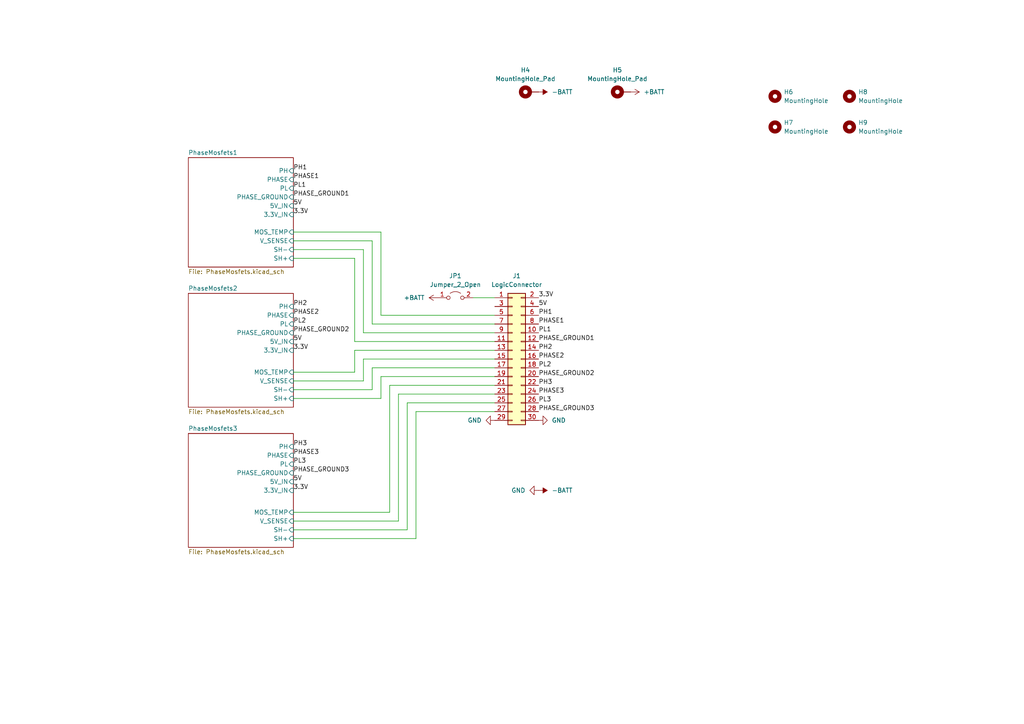
<source format=kicad_sch>
(kicad_sch (version 20230121) (generator eeschema)
  (paper "A4")
  (lib_symbols
    (symbol "Connector_Generic:Conn_02x15_Odd_Even" (pin_names (offset 1.016) hide)
      (property "Reference" "J" (at 1.27 20.32 0))
      (property "Value" "Conn_02x15_Odd_Even" (at 1.27 -20.32 0))
      (symbol "Conn_02x15_Odd_Even_1_1"
        (rectangle (start -1.27 -17.653) (end 0 -17.907) (stroke (width 0.1524)))
        (rectangle (start -1.27 -15.113) (end 0 -15.367) (stroke (width 0.1524)))
        (rectangle (start -1.27 -12.573) (end 0 -12.827) (stroke (width 0.1524)))
        (rectangle (start -1.27 -10.033) (end 0 -10.287) (stroke (width 0.1524)))
        (rectangle (start -1.27 -7.493) (end 0 -7.747) (stroke (width 0.1524)))
        (rectangle (start -1.27 -4.953) (end 0 -5.207) (stroke (width 0.1524)))
        (rectangle (start -1.27 -2.413) (end 0 -2.667) (stroke (width 0.1524)))
        (rectangle (start -1.27 0.127) (end 0 -0.127) (stroke (width 0.1524)))
        (rectangle (start -1.27 2.667) (end 0 2.413) (stroke (width 0.1524)))
        (rectangle (start -1.27 5.207) (end 0 4.953) (stroke (width 0.1524)))
        (rectangle (start -1.27 7.747) (end 0 7.493) (stroke (width 0.1524)))
        (rectangle (start -1.27 10.287) (end 0 10.033) (stroke (width 0.1524)))
        (rectangle (start -1.27 12.827) (end 0 12.573) (stroke (width 0.1524)))
        (rectangle (start -1.27 15.367) (end 0 15.113) (stroke (width 0.1524)))
        (rectangle (start -1.27 17.907) (end 0 17.653) (stroke (width 0.1524)))
        (rectangle (start -1.27 19.05) (end 3.81 -19.05) (stroke (width 0.254)) (fill (type background)))
        (rectangle (start 3.81 -17.653) (end 2.54 -17.907) (stroke (width 0.1524)))
        (rectangle (start 3.81 -15.113) (end 2.54 -15.367) (stroke (width 0.1524)))
        (rectangle (start 3.81 -12.573) (end 2.54 -12.827) (stroke (width 0.1524)))
        (rectangle (start 3.81 -10.033) (end 2.54 -10.287) (stroke (width 0.1524)))
        (rectangle (start 3.81 -7.493) (end 2.54 -7.747) (stroke (width 0.1524)))
        (rectangle (start 3.81 -4.953) (end 2.54 -5.207) (stroke (width 0.1524)))
        (rectangle (start 3.81 -2.413) (end 2.54 -2.667) (stroke (width 0.1524)))
        (rectangle (start 3.81 0.127) (end 2.54 -0.127) (stroke (width 0.1524)))
        (rectangle (start 3.81 2.667) (end 2.54 2.413) (stroke (width 0.1524)))
        (rectangle (start 3.81 5.207) (end 2.54 4.953) (stroke (width 0.1524)))
        (rectangle (start 3.81 7.747) (end 2.54 7.493) (stroke (width 0.1524)))
        (rectangle (start 3.81 10.287) (end 2.54 10.033) (stroke (width 0.1524)))
        (rectangle (start 3.81 12.827) (end 2.54 12.573) (stroke (width 0.1524)))
        (rectangle (start 3.81 15.367) (end 2.54 15.113) (stroke (width 0.1524)))
        (rectangle (start 3.81 17.907) (end 2.54 17.653) (stroke (width 0.1524)))
        (pin passive line (at -5.08 17.78 0) (length 3.81) (name "Pin_1") (number "1"))
        (pin passive line (at 7.62 7.62 180) (length 3.81) (name "Pin_10") (number "10"))
        (pin passive line (at -5.08 5.08 0) (length 3.81) (name "Pin_11") (number "11"))
        (pin passive line (at 7.62 5.08 180) (length 3.81) (name "Pin_12") (number "12"))
        (pin passive line (at -5.08 2.54 0) (length 3.81) (name "Pin_13") (number "13"))
        (pin passive line (at 7.62 2.54 180) (length 3.81) (name "Pin_14") (number "14"))
        (pin passive line (at -5.08 0 0) (length 3.81) (name "Pin_15") (number "15"))
        (pin passive line (at 7.62 0 180) (length 3.81) (name "Pin_16") (number "16"))
        (pin passive line (at -5.08 -2.54 0) (length 3.81) (name "Pin_17") (number "17"))
        (pin passive line (at 7.62 -2.54 180) (length 3.81) (name "Pin_18") (number "18"))
        (pin passive line (at -5.08 -5.08 0) (length 3.81) (name "Pin_19") (number "19"))
        (pin passive line (at 7.62 17.78 180) (length 3.81) (name "Pin_2") (number "2"))
        (pin passive line (at 7.62 -5.08 180) (length 3.81) (name "Pin_20") (number "20"))
        (pin passive line (at -5.08 -7.62 0) (length 3.81) (name "Pin_21") (number "21"))
        (pin passive line (at 7.62 -7.62 180) (length 3.81) (name "Pin_22") (number "22"))
        (pin passive line (at -5.08 -10.16 0) (length 3.81) (name "Pin_23") (number "23"))
        (pin passive line (at 7.62 -10.16 180) (length 3.81) (name "Pin_24") (number "24"))
        (pin passive line (at -5.08 -12.7 0) (length 3.81) (name "Pin_25") (number "25"))
        (pin passive line (at 7.62 -12.7 180) (length 3.81) (name "Pin_26") (number "26"))
        (pin passive line (at -5.08 -15.24 0) (length 3.81) (name "Pin_27") (number "27"))
        (pin passive line (at 7.62 -15.24 180) (length 3.81) (name "Pin_28") (number "28"))
        (pin passive line (at -5.08 -17.78 0) (length 3.81) (name "Pin_29") (number "29"))
        (pin passive line (at -5.08 15.24 0) (length 3.81) (name "Pin_3") (number "3"))
        (pin passive line (at 7.62 -17.78 180) (length 3.81) (name "Pin_30") (number "30"))
        (pin passive line (at 7.62 15.24 180) (length 3.81) (name "Pin_4") (number "4"))
        (pin passive line (at -5.08 12.7 0) (length 3.81) (name "Pin_5") (number "5"))
        (pin passive line (at 7.62 12.7 180) (length 3.81) (name "Pin_6") (number "6"))
        (pin passive line (at -5.08 10.16 0) (length 3.81) (name "Pin_7") (number "7"))
        (pin passive line (at 7.62 10.16 180) (length 3.81) (name "Pin_8") (number "8"))
        (pin passive line (at -5.08 7.62 0) (length 3.81) (name "Pin_9") (number "9"))
      )
    )
    (symbol "Jumper:Jumper_2_Open" (pin_names (offset 0) hide)
      (property "Reference" "JP" (at 0 2.794 0))
      (property "Value" "Jumper_2_Open" (at 0 -2.286 0))
      (symbol "Jumper_2_Open_0_0"
        (circle (center -2.032 0) (radius 0.508))
        (circle (center 2.032 0) (radius 0.508))
      )
      (symbol "Jumper_2_Open_0_1"
        (arc (start 1.524 1.27) (mid 0 1.778) (end -1.524 1.27))
      )
      (symbol "Jumper_2_Open_1_1"
        (pin passive line (at -5.08 0 0) (length 2.54) (name "A") (number "1"))
        (pin passive line (at 5.08 0 180) (length 2.54) (name "B") (number "2"))
      )
    )
    (symbol "Mechanical:MountingHole" (pin_names (offset 1.016))
      (property "Reference" "H" (at 0 5.08 0))
      (property "Value" "MountingHole" (at 0 3.175 0))
      (symbol "MountingHole_0_1"
        (circle (center 0 0) (radius 1.27) (stroke (width 1.27)))
      )
    )
    (symbol "Mechanical:MountingHole_Pad" (pin_numbers hide) (pin_names (offset 1.016) hide)
      (property "Reference" "H" (at 0 6.35 0))
      (property "Value" "MountingHole_Pad" (at 0 4.445 0))
      (symbol "MountingHole_Pad_0_1"
        (circle (center 0 1.27) (radius 1.27) (stroke (width 1.27)))
      )
      (symbol "MountingHole_Pad_1_1"
        (pin input line (at 0 -2.54 90) (length 2.54) (name "1") (number "1"))
      )
    )
    (symbol "power:+BATT" (power) (pin_names (offset 0))
      (property "Value" "+BATT" (at 0 3.556 0))
      (symbol "+BATT_0_1"
        (polyline (pts (xy -0.762 1.27) (xy 0 2.54)))
        (polyline (pts (xy 0 0) (xy 0 2.54)))
        (polyline (pts (xy 0 2.54) (xy 0.762 1.27)))
      )
      (symbol "+BATT_1_1"
        (pin power_in line (at 0 0 90) (length 0) hide (name "+BATT") (number "1"))
      )
    )
    (symbol "power:-BATT" (power) (pin_names (offset 0))
      (property "Value" "-BATT" (at 0 3.556 0))
      (symbol "-BATT_0_1"
        (polyline (pts (xy 0 0) (xy 0 2.54)))
        (polyline (pts (xy 0.762 1.27) (xy -0.762 1.27) (xy 0 2.54) (xy 0.762 1.27)) (fill (type outline)))
      )
      (symbol "-BATT_1_1"
        (pin power_in line (at 0 0 90) (length 0) hide (name "-BATT") (number "1"))
      )
    )
    (symbol "power:GND" (power) (pin_names (offset 0))
      (property "Value" "GND" (at 0 -3.81 0))
      (symbol "GND_0_1"
        (polyline (pts (xy 0 0) (xy 0 -1.27) (xy 1.27 -1.27) (xy 0 -2.54) (xy -1.27 -1.27) (xy 0 -1.27)))
      )
      (symbol "GND_1_1"
        (pin power_in line (at 0 0 270) (length 0) hide (name "GND") (number "1"))
      )
    )
  )
  (wire (pts (xy 85.09 115.57) (xy 110.49 115.57)))
  (wire (pts (xy 118.11 116.84) (xy 143.51 116.84)))
  (wire (pts (xy 85.09 153.67) (xy 118.11 153.67)))
  (wire (pts (xy 102.87 99.06) (xy 143.51 99.06)))
  (wire (pts (xy 118.11 153.67) (xy 118.11 116.84)))
  (wire (pts (xy 85.09 148.59) (xy 113.03 148.59)))
  (wire (pts (xy 85.09 151.13) (xy 115.57 151.13)))
  (wire (pts (xy 110.49 115.57) (xy 110.49 109.22)))
  (wire (pts (xy 105.41 96.52) (xy 143.51 96.52)))
  (wire (pts (xy 85.09 72.39) (xy 105.41 72.39)))
  (wire (pts (xy 107.95 106.68) (xy 143.51 106.68)))
  (wire (pts (xy 107.95 69.85) (xy 107.95 93.98)))
  (wire (pts (xy 102.87 101.6) (xy 143.51 101.6)))
  (wire (pts (xy 115.57 114.3) (xy 115.57 151.13)))
  (wire (pts (xy 85.09 74.93) (xy 102.87 74.93)))
  (wire (pts (xy 85.09 110.49) (xy 105.41 110.49)))
  (wire (pts (xy 110.49 67.31) (xy 110.49 91.44)))
  (wire (pts (xy 113.03 111.76) (xy 143.51 111.76)))
  (wire (pts (xy 102.87 107.95) (xy 102.87 101.6)))
  (wire (pts (xy 110.49 109.22) (xy 143.51 109.22)))
  (wire (pts (xy 85.09 69.85) (xy 107.95 69.85)))
  (wire (pts (xy 85.09 67.31) (xy 110.49 67.31)))
  (wire (pts (xy 105.41 104.14) (xy 143.51 104.14)))
  (wire (pts (xy 107.95 113.03) (xy 107.95 106.68)))
  (wire (pts (xy 85.09 156.21) (xy 120.65 156.21)))
  (wire (pts (xy 110.49 91.44) (xy 143.51 91.44)))
  (wire (pts (xy 85.09 107.95) (xy 102.87 107.95)))
  (wire (pts (xy 107.95 93.98) (xy 143.51 93.98)))
  (wire (pts (xy 137.16 86.36) (xy 143.51 86.36)))
  (wire (pts (xy 105.41 72.39) (xy 105.41 96.52)))
  (wire (pts (xy 120.65 119.38) (xy 143.51 119.38)))
  (wire (pts (xy 120.65 156.21) (xy 120.65 119.38)))
  (wire (pts (xy 113.03 111.76) (xy 113.03 148.59)))
  (wire (pts (xy 102.87 74.93) (xy 102.87 99.06)))
  (wire (pts (xy 105.41 110.49) (xy 105.41 104.14)))
  (wire (pts (xy 143.51 114.3) (xy 115.57 114.3)))
  (wire (pts (xy 85.09 113.03) (xy 107.95 113.03)))
  (label "PH1" (at 85.09 49.53 0))
  (label "5V" (at 85.09 59.69 0))
  (label "PHASE_GROUND2" (at 156.21 109.22 0))
  (label "PH1" (at 156.21 91.44 0))
  (label "5V" (at 85.09 139.7 0))
  (label "PL2" (at 156.21 106.68 0))
  (label "PH3" (at 156.21 111.76 0))
  (label "PL2" (at 85.09 93.98 0))
  (label "PL3" (at 156.21 116.84 0))
  (label "5V" (at 85.09 99.06 0))
  (label "PHASE_GROUND3" (at 156.21 119.38 0))
  (label "3.3V" (at 85.09 62.23 0))
  (label "PHASE3" (at 85.09 132.08 0))
  (label "PH2" (at 85.09 88.9 0))
  (label "PH3" (at 85.09 129.54 0))
  (label "PHASE_GROUND3" (at 85.09 137.16 0))
  (label "PHASE_GROUND1" (at 156.21 99.06 0))
  (label "PHASE1" (at 85.09 52.07 0))
  (label "3.3V" (at 85.09 142.24 0))
  (label "3.3V" (at 85.09 101.6 0))
  (label "PHASE3" (at 156.21 114.3 0))
  (label "PL1" (at 156.21 96.52 0))
  (label "PL1" (at 85.09 54.61 0))
  (label "PL3" (at 85.09 134.62 0))
  (label "3.3V" (at 156.21 86.36 0))
  (label "5V" (at 156.21 88.9 0))
  (label "PHASE2" (at 156.21 104.14 0))
  (label "PHASE2" (at 85.09 91.44 0))
  (label "PHASE_GROUND1" (at 85.09 57.15 0))
  (label "PH2" (at 156.21 101.6 0))
  (label "PHASE_GROUND2" (at 85.09 96.52 0))
  (label "PHASE1" (at 156.21 93.98 0))
  (symbol (lib_id "Mechanical:MountingHole") (at 246.38 27.94 0) (unit 1)
    (property "Reference" "H8" (at 248.92 26.67 0) (effects (justify left)))
    (property "Value" "MountingHole" (at 248.92 29.21 0) (effects (justify left)))
    (property "Footprint" "MountingHole:MountingHole_3.2mm_M3_ISO14580" (effects hide))
  )
  (symbol (lib_id "Mechanical:MountingHole_Pad") (at 180.34 26.67 90) (unit 1)
    (property "Reference" "H5" (at 179.07 20.32 90))
    (property "Value" "MountingHole_Pad" (at 179.07 22.86 90))
    (property "Footprint" "MountingHole:MountingHole_5.3mm_M5_Pad_Via" (effects hide))
  )
  (symbol (lib_id "Mechanical:MountingHole") (at 224.79 27.94 0) (unit 1)
    (property "Reference" "H6" (at 227.33 26.67 0) (effects (justify left)))
    (property "Value" "MountingHole" (at 227.33 29.21 0) (effects (justify left)))
    (property "Footprint" "MountingHole:MountingHole_3.2mm_M3_ISO14580" (effects hide))
  )
  (symbol (lib_id "power:+BATT") (at 127 86.36 90) (unit 1)
    (property "Reference" "#PWR01" (effects hide))
    (property "Value" "+BATT" (at 123.19 86.36 90) (effects (justify left)))
  )
  (symbol (lib_id "Mechanical:MountingHole_Pad") (at 153.67 26.67 90) (unit 1)
    (property "Reference" "H4" (at 152.4 20.32 90))
    (property "Value" "MountingHole_Pad" (at 152.4 22.86 90))
    (property "Footprint" "MountingHole:MountingHole_5.3mm_M5_Pad_Via" (effects hide))
  )
  (symbol (lib_id "power:GND") (at 156.21 121.92 90) (unit 1)
    (property "Reference" "#PWR018" (effects hide))
    (property "Value" "GND" (at 160.02 121.92 90) (effects (justify right)))
  )
  (symbol (lib_id "Connector_Generic:Conn_02x15_Odd_Even") (at 148.59 104.14 0) (unit 1)
    (property "Reference" "J1" (at 149.86 80.01 0))
    (property "Value" "LogicConnector" (at 149.86 82.55 0))
    (property "Footprint" "Connector_PinSocket_2.54mm:PinSocket_2x15_P2.54mm_Vertical" (effects hide))
  )
  (symbol (lib_id "power:+BATT") (at 182.88 26.67 270) (unit 1)
    (property "Reference" "#PWR014" (effects hide))
    (property "Value" "+BATT" (at 186.69 26.67 90) (effects (justify left)))
  )
  (symbol (lib_id "Mechanical:MountingHole") (at 246.38 36.83 0) (unit 1)
    (property "Reference" "H9" (at 248.92 35.56 0) (effects (justify left)))
    (property "Value" "MountingHole" (at 248.92 38.1 0) (effects (justify left)))
    (property "Footprint" "MountingHole:MountingHole_3.2mm_M3_ISO14580" (effects hide))
  )
  (symbol (lib_id "power:-BATT") (at 156.21 142.24 270) (unit 1)
    (property "Reference" "#PWR023" (effects hide))
    (property "Value" "-BATT" (at 160.02 142.24 90) (effects (justify left)))
  )
  (symbol (lib_id "power:GND") (at 143.51 121.92 270) (unit 1)
    (property "Reference" "#PWR02" (effects hide))
    (property "Value" "GND" (at 139.7 121.92 90) (effects (justify right)))
  )
  (symbol (lib_id "power:GND") (at 156.21 142.24 270) (unit 1)
    (property "Reference" "#PWR024" (effects hide))
    (property "Value" "GND" (at 152.4 142.24 90) (effects (justify right)))
  )
  (symbol (lib_id "Mechanical:MountingHole") (at 224.79 36.83 0) (unit 1)
    (property "Reference" "H7" (at 227.33 35.56 0) (effects (justify left)))
    (property "Value" "MountingHole" (at 227.33 38.1 0) (effects (justify left)))
    (property "Footprint" "MountingHole:MountingHole_3.2mm_M3_ISO14580" (effects hide))
  )
  (symbol (lib_id "power:-BATT") (at 156.21 26.67 270) (unit 1)
    (property "Reference" "#PWR09" (effects hide))
    (property "Value" "-BATT" (at 160.02 26.67 90) (effects (justify left)))
  )
  (symbol (lib_id "Jumper:Jumper_2_Open") (at 132.08 86.36 0) (unit 1)
    (property "Reference" "JP1" (at 132.08 80.01 0))
    (property "Value" "Jumper_2_Open" (at 132.08 82.55 0))
    (property "Footprint" "GigaVescLibs:SolderJumper0.5mm_Open" (effects hide))
  )
  (sheet (at 54.61 45.72) (size 30.48 31.75) (stroke (width 0.1524))
    (property "Sheetname" "PhaseMosfets1" (at 54.61 45.0084 0) (effects (justify left bottom)))
    (property "Sheetfile" "PhaseMosfets.kicad_sch" (at 54.61 78.0546 0) (effects (justify left top)))
    (pin "PL" input (at 85.09 54.61 0))
    (pin "PHASE" input (at 85.09 52.07 0))
    (pin "PH" input (at 85.09 49.53 0))
    (pin "PHASE_GROUND" input (at 85.09 57.15 0))
    (pin "MOS_TEMP" input (at 85.09 67.31 0))
    (pin "3.3V_IN" input (at 85.09 62.23 0))
    (pin "5V_IN" input (at 85.09 59.69 0))
    (pin "SH-" input (at 85.09 72.39 0))
    (pin "SH+" input (at 85.09 74.93 0))
    (pin "V_SENSE" input (at 85.09 69.85 0))
  )
  (sheet (at 54.61 125.73) (size 30.48 33.02) (stroke (width 0.1524))
    (property "Sheetname" "PhaseMosfets3" (at 54.61 125.0184 0) (effects (justify left bottom)))
    (property "Sheetfile" "PhaseMosfets.kicad_sch" (at 54.61 159.3346 0) (effects (justify left top)))
    (pin "PL" input (at 85.09 134.62 0))
    (pin "PHASE" input (at 85.09 132.08 0))
    (pin "PH" input (at 85.09 129.54 0))
    (pin "PHASE_GROUND" input (at 85.09 137.16 0))
    (pin "MOS_TEMP" input (at 85.09 148.59 0))
    (pin "3.3V_IN" input (at 85.09 142.24 0))
    (pin "5V_IN" input (at 85.09 139.7 0))
    (pin "SH-" input (at 85.09 153.67 0))
    (pin "SH+" input (at 85.09 156.21 0))
    (pin "V_SENSE" input (at 85.09 151.13 0))
  )
  (sheet (at 54.61 85.09) (size 30.48 33.02) (stroke (width 0.1524))
    (property "Sheetname" "PhaseMosfets2" (at 54.61 84.3784 0) (effects (justify left bottom)))
    (property "Sheetfile" "PhaseMosfets.kicad_sch" (at 54.61 118.6946 0) (effects (justify left top)))
    (pin "PL" input (at 85.09 93.98 0))
    (pin "PHASE" input (at 85.09 91.44 0))
    (pin "PH" input (at 85.09 88.9 0))
    (pin "PHASE_GROUND" input (at 85.09 96.52 0))
    (pin "MOS_TEMP" input (at 85.09 107.95 0))
    (pin "3.3V_IN" input (at 85.09 101.6 0))
    (pin "5V_IN" input (at 85.09 99.06 0))
    (pin "SH-" input (at 85.09 113.03 0))
    (pin "SH+" input (at 85.09 115.57 0))
    (pin "V_SENSE" input (at 85.09 110.49 0))
  )
)
</source>
